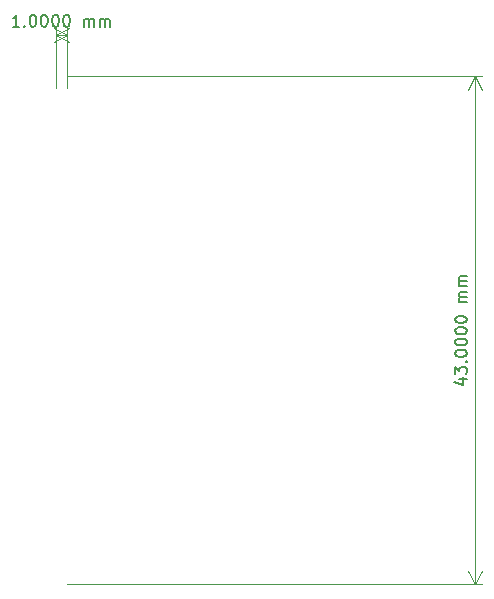
<source format=gbr>
%TF.GenerationSoftware,KiCad,Pcbnew,8.0.2*%
%TF.CreationDate,2025-06-01T21:04:34-04:00*%
%TF.ProjectId,casino-chip,63617369-6e6f-42d6-9368-69702e6b6963,0*%
%TF.SameCoordinates,Original*%
%TF.FileFunction,AssemblyDrawing,Top*%
%FSLAX46Y46*%
G04 Gerber Fmt 4.6, Leading zero omitted, Abs format (unit mm)*
G04 Created by KiCad (PCBNEW 8.0.2) date 2025-06-01 21:04:34*
%MOMM*%
%LPD*%
G01*
G04 APERTURE LIST*
%ADD10C,0.150000*%
%ADD11C,0.100000*%
G04 APERTURE END LIST*
D10*
X133638152Y-104142856D02*
X134304819Y-104142856D01*
X133257200Y-104380951D02*
X133971485Y-104619046D01*
X133971485Y-104619046D02*
X133971485Y-103999999D01*
X133304819Y-103714284D02*
X133304819Y-103095237D01*
X133304819Y-103095237D02*
X133685771Y-103428570D01*
X133685771Y-103428570D02*
X133685771Y-103285713D01*
X133685771Y-103285713D02*
X133733390Y-103190475D01*
X133733390Y-103190475D02*
X133781009Y-103142856D01*
X133781009Y-103142856D02*
X133876247Y-103095237D01*
X133876247Y-103095237D02*
X134114342Y-103095237D01*
X134114342Y-103095237D02*
X134209580Y-103142856D01*
X134209580Y-103142856D02*
X134257200Y-103190475D01*
X134257200Y-103190475D02*
X134304819Y-103285713D01*
X134304819Y-103285713D02*
X134304819Y-103571427D01*
X134304819Y-103571427D02*
X134257200Y-103666665D01*
X134257200Y-103666665D02*
X134209580Y-103714284D01*
X134209580Y-102666665D02*
X134257200Y-102619046D01*
X134257200Y-102619046D02*
X134304819Y-102666665D01*
X134304819Y-102666665D02*
X134257200Y-102714284D01*
X134257200Y-102714284D02*
X134209580Y-102666665D01*
X134209580Y-102666665D02*
X134304819Y-102666665D01*
X133304819Y-101999999D02*
X133304819Y-101904761D01*
X133304819Y-101904761D02*
X133352438Y-101809523D01*
X133352438Y-101809523D02*
X133400057Y-101761904D01*
X133400057Y-101761904D02*
X133495295Y-101714285D01*
X133495295Y-101714285D02*
X133685771Y-101666666D01*
X133685771Y-101666666D02*
X133923866Y-101666666D01*
X133923866Y-101666666D02*
X134114342Y-101714285D01*
X134114342Y-101714285D02*
X134209580Y-101761904D01*
X134209580Y-101761904D02*
X134257200Y-101809523D01*
X134257200Y-101809523D02*
X134304819Y-101904761D01*
X134304819Y-101904761D02*
X134304819Y-101999999D01*
X134304819Y-101999999D02*
X134257200Y-102095237D01*
X134257200Y-102095237D02*
X134209580Y-102142856D01*
X134209580Y-102142856D02*
X134114342Y-102190475D01*
X134114342Y-102190475D02*
X133923866Y-102238094D01*
X133923866Y-102238094D02*
X133685771Y-102238094D01*
X133685771Y-102238094D02*
X133495295Y-102190475D01*
X133495295Y-102190475D02*
X133400057Y-102142856D01*
X133400057Y-102142856D02*
X133352438Y-102095237D01*
X133352438Y-102095237D02*
X133304819Y-101999999D01*
X133304819Y-101047618D02*
X133304819Y-100952380D01*
X133304819Y-100952380D02*
X133352438Y-100857142D01*
X133352438Y-100857142D02*
X133400057Y-100809523D01*
X133400057Y-100809523D02*
X133495295Y-100761904D01*
X133495295Y-100761904D02*
X133685771Y-100714285D01*
X133685771Y-100714285D02*
X133923866Y-100714285D01*
X133923866Y-100714285D02*
X134114342Y-100761904D01*
X134114342Y-100761904D02*
X134209580Y-100809523D01*
X134209580Y-100809523D02*
X134257200Y-100857142D01*
X134257200Y-100857142D02*
X134304819Y-100952380D01*
X134304819Y-100952380D02*
X134304819Y-101047618D01*
X134304819Y-101047618D02*
X134257200Y-101142856D01*
X134257200Y-101142856D02*
X134209580Y-101190475D01*
X134209580Y-101190475D02*
X134114342Y-101238094D01*
X134114342Y-101238094D02*
X133923866Y-101285713D01*
X133923866Y-101285713D02*
X133685771Y-101285713D01*
X133685771Y-101285713D02*
X133495295Y-101238094D01*
X133495295Y-101238094D02*
X133400057Y-101190475D01*
X133400057Y-101190475D02*
X133352438Y-101142856D01*
X133352438Y-101142856D02*
X133304819Y-101047618D01*
X133304819Y-100095237D02*
X133304819Y-99999999D01*
X133304819Y-99999999D02*
X133352438Y-99904761D01*
X133352438Y-99904761D02*
X133400057Y-99857142D01*
X133400057Y-99857142D02*
X133495295Y-99809523D01*
X133495295Y-99809523D02*
X133685771Y-99761904D01*
X133685771Y-99761904D02*
X133923866Y-99761904D01*
X133923866Y-99761904D02*
X134114342Y-99809523D01*
X134114342Y-99809523D02*
X134209580Y-99857142D01*
X134209580Y-99857142D02*
X134257200Y-99904761D01*
X134257200Y-99904761D02*
X134304819Y-99999999D01*
X134304819Y-99999999D02*
X134304819Y-100095237D01*
X134304819Y-100095237D02*
X134257200Y-100190475D01*
X134257200Y-100190475D02*
X134209580Y-100238094D01*
X134209580Y-100238094D02*
X134114342Y-100285713D01*
X134114342Y-100285713D02*
X133923866Y-100333332D01*
X133923866Y-100333332D02*
X133685771Y-100333332D01*
X133685771Y-100333332D02*
X133495295Y-100285713D01*
X133495295Y-100285713D02*
X133400057Y-100238094D01*
X133400057Y-100238094D02*
X133352438Y-100190475D01*
X133352438Y-100190475D02*
X133304819Y-100095237D01*
X133304819Y-99142856D02*
X133304819Y-99047618D01*
X133304819Y-99047618D02*
X133352438Y-98952380D01*
X133352438Y-98952380D02*
X133400057Y-98904761D01*
X133400057Y-98904761D02*
X133495295Y-98857142D01*
X133495295Y-98857142D02*
X133685771Y-98809523D01*
X133685771Y-98809523D02*
X133923866Y-98809523D01*
X133923866Y-98809523D02*
X134114342Y-98857142D01*
X134114342Y-98857142D02*
X134209580Y-98904761D01*
X134209580Y-98904761D02*
X134257200Y-98952380D01*
X134257200Y-98952380D02*
X134304819Y-99047618D01*
X134304819Y-99047618D02*
X134304819Y-99142856D01*
X134304819Y-99142856D02*
X134257200Y-99238094D01*
X134257200Y-99238094D02*
X134209580Y-99285713D01*
X134209580Y-99285713D02*
X134114342Y-99333332D01*
X134114342Y-99333332D02*
X133923866Y-99380951D01*
X133923866Y-99380951D02*
X133685771Y-99380951D01*
X133685771Y-99380951D02*
X133495295Y-99333332D01*
X133495295Y-99333332D02*
X133400057Y-99285713D01*
X133400057Y-99285713D02*
X133352438Y-99238094D01*
X133352438Y-99238094D02*
X133304819Y-99142856D01*
X134304819Y-97619046D02*
X133638152Y-97619046D01*
X133733390Y-97619046D02*
X133685771Y-97571427D01*
X133685771Y-97571427D02*
X133638152Y-97476189D01*
X133638152Y-97476189D02*
X133638152Y-97333332D01*
X133638152Y-97333332D02*
X133685771Y-97238094D01*
X133685771Y-97238094D02*
X133781009Y-97190475D01*
X133781009Y-97190475D02*
X134304819Y-97190475D01*
X133781009Y-97190475D02*
X133685771Y-97142856D01*
X133685771Y-97142856D02*
X133638152Y-97047618D01*
X133638152Y-97047618D02*
X133638152Y-96904761D01*
X133638152Y-96904761D02*
X133685771Y-96809522D01*
X133685771Y-96809522D02*
X133781009Y-96761903D01*
X133781009Y-96761903D02*
X134304819Y-96761903D01*
X134304819Y-96285713D02*
X133638152Y-96285713D01*
X133733390Y-96285713D02*
X133685771Y-96238094D01*
X133685771Y-96238094D02*
X133638152Y-96142856D01*
X133638152Y-96142856D02*
X133638152Y-95999999D01*
X133638152Y-95999999D02*
X133685771Y-95904761D01*
X133685771Y-95904761D02*
X133781009Y-95857142D01*
X133781009Y-95857142D02*
X134304819Y-95857142D01*
X133781009Y-95857142D02*
X133685771Y-95809523D01*
X133685771Y-95809523D02*
X133638152Y-95714285D01*
X133638152Y-95714285D02*
X133638152Y-95571428D01*
X133638152Y-95571428D02*
X133685771Y-95476189D01*
X133685771Y-95476189D02*
X133781009Y-95428570D01*
X133781009Y-95428570D02*
X134304819Y-95428570D01*
D11*
X100500000Y-121500000D02*
X135586420Y-121500000D01*
X135586420Y-78500000D02*
X100500000Y-78500000D01*
X135000000Y-121500000D02*
X135000000Y-78500000D01*
X135000000Y-121500000D02*
X135000000Y-78500000D01*
X135000000Y-121500000D02*
X134413579Y-120373496D01*
X135000000Y-121500000D02*
X135586421Y-120373496D01*
X135000000Y-78500000D02*
X135586421Y-79626504D01*
X135000000Y-78500000D02*
X134413579Y-79626504D01*
D10*
X96428571Y-74304819D02*
X95857143Y-74304819D01*
X96142857Y-74304819D02*
X96142857Y-73304819D01*
X96142857Y-73304819D02*
X96047619Y-73447676D01*
X96047619Y-73447676D02*
X95952381Y-73542914D01*
X95952381Y-73542914D02*
X95857143Y-73590533D01*
X96857143Y-74209580D02*
X96904762Y-74257200D01*
X96904762Y-74257200D02*
X96857143Y-74304819D01*
X96857143Y-74304819D02*
X96809524Y-74257200D01*
X96809524Y-74257200D02*
X96857143Y-74209580D01*
X96857143Y-74209580D02*
X96857143Y-74304819D01*
X97523809Y-73304819D02*
X97619047Y-73304819D01*
X97619047Y-73304819D02*
X97714285Y-73352438D01*
X97714285Y-73352438D02*
X97761904Y-73400057D01*
X97761904Y-73400057D02*
X97809523Y-73495295D01*
X97809523Y-73495295D02*
X97857142Y-73685771D01*
X97857142Y-73685771D02*
X97857142Y-73923866D01*
X97857142Y-73923866D02*
X97809523Y-74114342D01*
X97809523Y-74114342D02*
X97761904Y-74209580D01*
X97761904Y-74209580D02*
X97714285Y-74257200D01*
X97714285Y-74257200D02*
X97619047Y-74304819D01*
X97619047Y-74304819D02*
X97523809Y-74304819D01*
X97523809Y-74304819D02*
X97428571Y-74257200D01*
X97428571Y-74257200D02*
X97380952Y-74209580D01*
X97380952Y-74209580D02*
X97333333Y-74114342D01*
X97333333Y-74114342D02*
X97285714Y-73923866D01*
X97285714Y-73923866D02*
X97285714Y-73685771D01*
X97285714Y-73685771D02*
X97333333Y-73495295D01*
X97333333Y-73495295D02*
X97380952Y-73400057D01*
X97380952Y-73400057D02*
X97428571Y-73352438D01*
X97428571Y-73352438D02*
X97523809Y-73304819D01*
X98476190Y-73304819D02*
X98571428Y-73304819D01*
X98571428Y-73304819D02*
X98666666Y-73352438D01*
X98666666Y-73352438D02*
X98714285Y-73400057D01*
X98714285Y-73400057D02*
X98761904Y-73495295D01*
X98761904Y-73495295D02*
X98809523Y-73685771D01*
X98809523Y-73685771D02*
X98809523Y-73923866D01*
X98809523Y-73923866D02*
X98761904Y-74114342D01*
X98761904Y-74114342D02*
X98714285Y-74209580D01*
X98714285Y-74209580D02*
X98666666Y-74257200D01*
X98666666Y-74257200D02*
X98571428Y-74304819D01*
X98571428Y-74304819D02*
X98476190Y-74304819D01*
X98476190Y-74304819D02*
X98380952Y-74257200D01*
X98380952Y-74257200D02*
X98333333Y-74209580D01*
X98333333Y-74209580D02*
X98285714Y-74114342D01*
X98285714Y-74114342D02*
X98238095Y-73923866D01*
X98238095Y-73923866D02*
X98238095Y-73685771D01*
X98238095Y-73685771D02*
X98285714Y-73495295D01*
X98285714Y-73495295D02*
X98333333Y-73400057D01*
X98333333Y-73400057D02*
X98380952Y-73352438D01*
X98380952Y-73352438D02*
X98476190Y-73304819D01*
X99428571Y-73304819D02*
X99523809Y-73304819D01*
X99523809Y-73304819D02*
X99619047Y-73352438D01*
X99619047Y-73352438D02*
X99666666Y-73400057D01*
X99666666Y-73400057D02*
X99714285Y-73495295D01*
X99714285Y-73495295D02*
X99761904Y-73685771D01*
X99761904Y-73685771D02*
X99761904Y-73923866D01*
X99761904Y-73923866D02*
X99714285Y-74114342D01*
X99714285Y-74114342D02*
X99666666Y-74209580D01*
X99666666Y-74209580D02*
X99619047Y-74257200D01*
X99619047Y-74257200D02*
X99523809Y-74304819D01*
X99523809Y-74304819D02*
X99428571Y-74304819D01*
X99428571Y-74304819D02*
X99333333Y-74257200D01*
X99333333Y-74257200D02*
X99285714Y-74209580D01*
X99285714Y-74209580D02*
X99238095Y-74114342D01*
X99238095Y-74114342D02*
X99190476Y-73923866D01*
X99190476Y-73923866D02*
X99190476Y-73685771D01*
X99190476Y-73685771D02*
X99238095Y-73495295D01*
X99238095Y-73495295D02*
X99285714Y-73400057D01*
X99285714Y-73400057D02*
X99333333Y-73352438D01*
X99333333Y-73352438D02*
X99428571Y-73304819D01*
X100380952Y-73304819D02*
X100476190Y-73304819D01*
X100476190Y-73304819D02*
X100571428Y-73352438D01*
X100571428Y-73352438D02*
X100619047Y-73400057D01*
X100619047Y-73400057D02*
X100666666Y-73495295D01*
X100666666Y-73495295D02*
X100714285Y-73685771D01*
X100714285Y-73685771D02*
X100714285Y-73923866D01*
X100714285Y-73923866D02*
X100666666Y-74114342D01*
X100666666Y-74114342D02*
X100619047Y-74209580D01*
X100619047Y-74209580D02*
X100571428Y-74257200D01*
X100571428Y-74257200D02*
X100476190Y-74304819D01*
X100476190Y-74304819D02*
X100380952Y-74304819D01*
X100380952Y-74304819D02*
X100285714Y-74257200D01*
X100285714Y-74257200D02*
X100238095Y-74209580D01*
X100238095Y-74209580D02*
X100190476Y-74114342D01*
X100190476Y-74114342D02*
X100142857Y-73923866D01*
X100142857Y-73923866D02*
X100142857Y-73685771D01*
X100142857Y-73685771D02*
X100190476Y-73495295D01*
X100190476Y-73495295D02*
X100238095Y-73400057D01*
X100238095Y-73400057D02*
X100285714Y-73352438D01*
X100285714Y-73352438D02*
X100380952Y-73304819D01*
X101904762Y-74304819D02*
X101904762Y-73638152D01*
X101904762Y-73733390D02*
X101952381Y-73685771D01*
X101952381Y-73685771D02*
X102047619Y-73638152D01*
X102047619Y-73638152D02*
X102190476Y-73638152D01*
X102190476Y-73638152D02*
X102285714Y-73685771D01*
X102285714Y-73685771D02*
X102333333Y-73781009D01*
X102333333Y-73781009D02*
X102333333Y-74304819D01*
X102333333Y-73781009D02*
X102380952Y-73685771D01*
X102380952Y-73685771D02*
X102476190Y-73638152D01*
X102476190Y-73638152D02*
X102619047Y-73638152D01*
X102619047Y-73638152D02*
X102714286Y-73685771D01*
X102714286Y-73685771D02*
X102761905Y-73781009D01*
X102761905Y-73781009D02*
X102761905Y-74304819D01*
X103238095Y-74304819D02*
X103238095Y-73638152D01*
X103238095Y-73733390D02*
X103285714Y-73685771D01*
X103285714Y-73685771D02*
X103380952Y-73638152D01*
X103380952Y-73638152D02*
X103523809Y-73638152D01*
X103523809Y-73638152D02*
X103619047Y-73685771D01*
X103619047Y-73685771D02*
X103666666Y-73781009D01*
X103666666Y-73781009D02*
X103666666Y-74304819D01*
X103666666Y-73781009D02*
X103714285Y-73685771D01*
X103714285Y-73685771D02*
X103809523Y-73638152D01*
X103809523Y-73638152D02*
X103952380Y-73638152D01*
X103952380Y-73638152D02*
X104047619Y-73685771D01*
X104047619Y-73685771D02*
X104095238Y-73781009D01*
X104095238Y-73781009D02*
X104095238Y-74304819D01*
D11*
X99500000Y-79500000D02*
X99500000Y-74413580D01*
X100500000Y-74413580D02*
X100500000Y-79500000D01*
X99500000Y-75000000D02*
X100500000Y-75000000D01*
X99500000Y-75000000D02*
X100500000Y-75000000D01*
X99500000Y-75000000D02*
X100626504Y-74413579D01*
X99500000Y-75000000D02*
X100626504Y-75586421D01*
X100500000Y-75000000D02*
X99373496Y-75586421D01*
X100500000Y-75000000D02*
X99373496Y-74413579D01*
M02*

</source>
